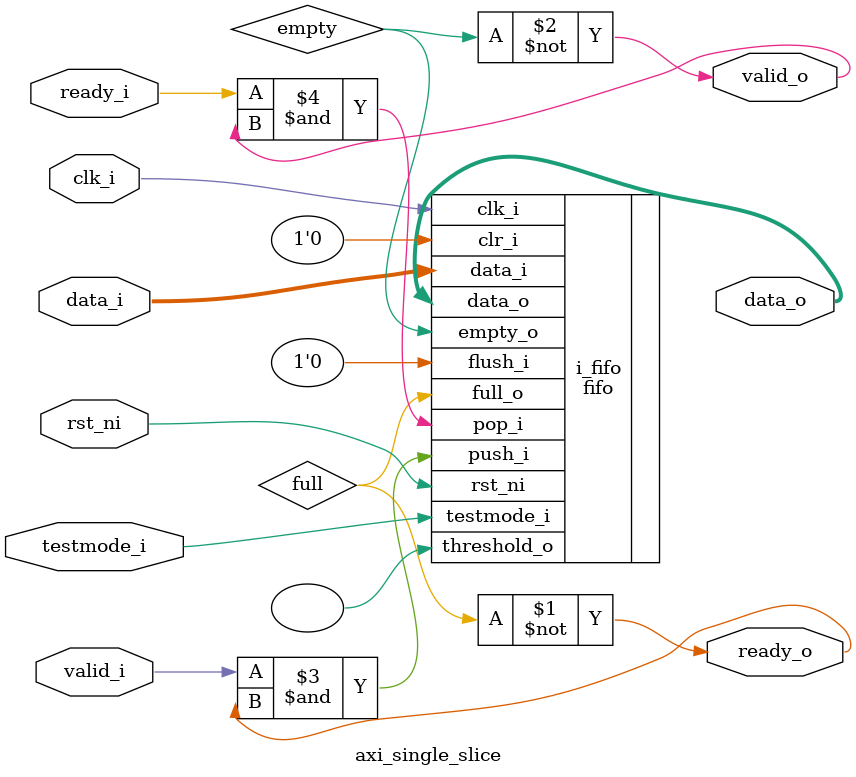
<source format=sv>

module axi_single_slice #(
    parameter int BUFFER_DEPTH = -1,
    parameter int DATA_WIDTH   = -1
) (
    input  logic                  clk_i,    // Clock
    input  logic                  rst_ni,  // Asynchronous reset active low
    input  logic                  testmode_i,
    input  logic                  valid_i,
    output logic                  ready_o,
    input  logic [DATA_WIDTH-1:0] data_i,

    input  logic                  ready_i,
    output logic                  valid_o,
    output logic [DATA_WIDTH-1:0] data_o
);

    logic full, empty;

    assign ready_o = ~full;
    assign valid_o = ~empty;

    fifo #(
        .FALL_THROUGH ( 1'b0         ),
        .DATA_WIDTH   ( DATA_WIDTH   ),
        .DEPTH        ( BUFFER_DEPTH )
    ) i_fifo (
        .clk_i      ( clk_i             ),
        .rst_ni     ( rst_ni            ),
	.clr_i      ( 1'b0              ),
        .flush_i    ( 1'b0              ),
        .threshold_o (), // NC
        .testmode_i ( testmode_i        ),
        .full_o     ( full              ),
        .empty_o    ( empty             ),
        .data_i     ( data_i            ),
        .push_i     ( valid_i & ready_o ),
        .data_o     ( data_o            ),
        .pop_i      ( ready_i & valid_o )
    );

endmodule

</source>
